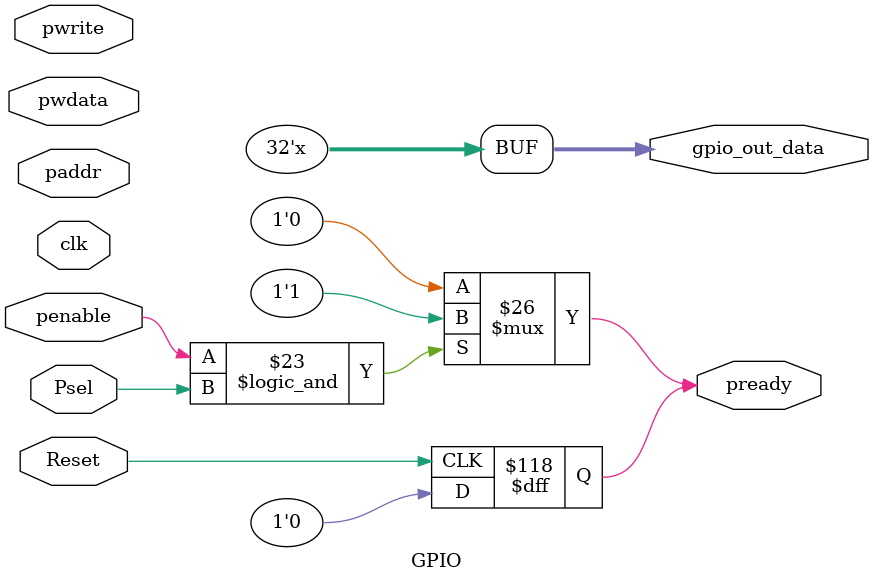
<source format=v>
module GPIO
    (
input  clk , penable,pwrite,Psel,Reset,
input [31:0] pwdata,
input [4:0] paddr,
output reg pready,
output reg [31:0] gpio_out_data
    
);

reg[31:0] memory [0:31];
reg[4:0]read_address;

reg [2:0] CurrentState = IDLE;



localparam IDLE = 2'b00, SETUP = 2'b01, Access = 2'b10 ;


always @(*) begin
    if (Psel) begin
        if(penable)begin
          if(pwrite)begin
            read_address <= paddr;
            // memory <= pwdata;
             memory[read_address] <= pwdata;
          end
          else begin
            gpio_out_data <= memory[read_address];
            // gpio_out_data <= memory;
          end
        end
    end
end
always @(posedge Reset) begin

        pready <= 0;
        CurrentState <= IDLE;
    
end

always @(penable or Psel)begin
  if(penable && Psel)begin
    pready <= 1'b1; 
  end
  else begin
    pready <= 1'b0; 
    
  end
end
endmodule
</source>
